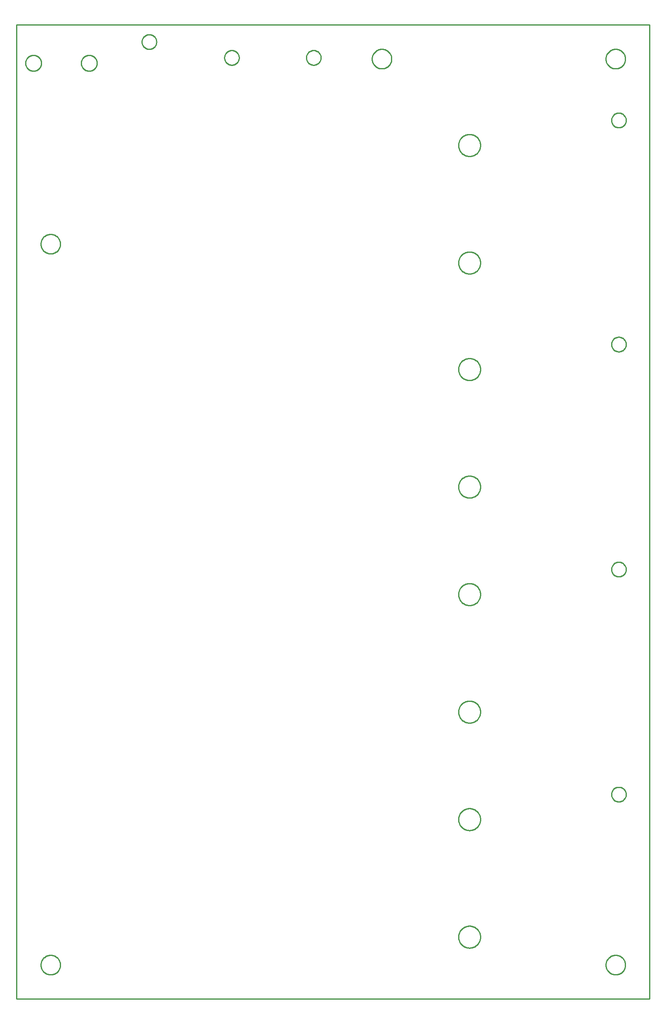
<source format=gbr>
G04 EAGLE Gerber RS-274X export*
G75*
%MOMM*%
%FSLAX34Y34*%
%LPD*%
%IN*%
%IPPOS*%
%AMOC8*
5,1,8,0,0,1.08239X$1,22.5*%
G01*
%ADD10C,0.254000*%


D10*
X0Y0D02*
X1300000Y0D01*
X1300000Y2000000D01*
X0Y2000000D01*
X0Y0D01*
X1250000Y69396D02*
X1249927Y68189D01*
X1249781Y66989D01*
X1249563Y65800D01*
X1249274Y64627D01*
X1248915Y63473D01*
X1248486Y62343D01*
X1247990Y61241D01*
X1247428Y60170D01*
X1246803Y59136D01*
X1246116Y58141D01*
X1245371Y57190D01*
X1244569Y56285D01*
X1243715Y55431D01*
X1242810Y54629D01*
X1241859Y53884D01*
X1240864Y53197D01*
X1239830Y52572D01*
X1238759Y52010D01*
X1237657Y51514D01*
X1236527Y51085D01*
X1235373Y50726D01*
X1234200Y50437D01*
X1233011Y50219D01*
X1231811Y50073D01*
X1230604Y50000D01*
X1229396Y50000D01*
X1228189Y50073D01*
X1226989Y50219D01*
X1225800Y50437D01*
X1224627Y50726D01*
X1223473Y51085D01*
X1222343Y51514D01*
X1221241Y52010D01*
X1220170Y52572D01*
X1219136Y53197D01*
X1218141Y53884D01*
X1217190Y54629D01*
X1216285Y55431D01*
X1215431Y56285D01*
X1214629Y57190D01*
X1213884Y58141D01*
X1213197Y59136D01*
X1212572Y60170D01*
X1212010Y61241D01*
X1211514Y62343D01*
X1211085Y63473D01*
X1210726Y64627D01*
X1210437Y65800D01*
X1210219Y66989D01*
X1210073Y68189D01*
X1210000Y69396D01*
X1210000Y70604D01*
X1210073Y71811D01*
X1210219Y73011D01*
X1210437Y74200D01*
X1210726Y75373D01*
X1211085Y76527D01*
X1211514Y77657D01*
X1212010Y78759D01*
X1212572Y79830D01*
X1213197Y80864D01*
X1213884Y81859D01*
X1214629Y82810D01*
X1215431Y83715D01*
X1216285Y84569D01*
X1217190Y85371D01*
X1218141Y86116D01*
X1219136Y86803D01*
X1220170Y87428D01*
X1221241Y87990D01*
X1222343Y88486D01*
X1223473Y88915D01*
X1224627Y89274D01*
X1225800Y89563D01*
X1226989Y89781D01*
X1228189Y89927D01*
X1229396Y90000D01*
X1230604Y90000D01*
X1231811Y89927D01*
X1233011Y89781D01*
X1234200Y89563D01*
X1235373Y89274D01*
X1236527Y88915D01*
X1237657Y88486D01*
X1238759Y87990D01*
X1239830Y87428D01*
X1240864Y86803D01*
X1241859Y86116D01*
X1242810Y85371D01*
X1243715Y84569D01*
X1244569Y83715D01*
X1245371Y82810D01*
X1246116Y81859D01*
X1246803Y80864D01*
X1247428Y79830D01*
X1247990Y78759D01*
X1248486Y77657D01*
X1248915Y76527D01*
X1249274Y75373D01*
X1249563Y74200D01*
X1249781Y73011D01*
X1249927Y71811D01*
X1250000Y70604D01*
X1250000Y69396D01*
X1250000Y1929396D02*
X1249927Y1928189D01*
X1249781Y1926989D01*
X1249563Y1925800D01*
X1249274Y1924627D01*
X1248915Y1923473D01*
X1248486Y1922343D01*
X1247990Y1921241D01*
X1247428Y1920170D01*
X1246803Y1919136D01*
X1246116Y1918141D01*
X1245371Y1917190D01*
X1244569Y1916285D01*
X1243715Y1915431D01*
X1242810Y1914629D01*
X1241859Y1913884D01*
X1240864Y1913197D01*
X1239830Y1912572D01*
X1238759Y1912010D01*
X1237657Y1911514D01*
X1236527Y1911085D01*
X1235373Y1910726D01*
X1234200Y1910437D01*
X1233011Y1910219D01*
X1231811Y1910073D01*
X1230604Y1910000D01*
X1229396Y1910000D01*
X1228189Y1910073D01*
X1226989Y1910219D01*
X1225800Y1910437D01*
X1224627Y1910726D01*
X1223473Y1911085D01*
X1222343Y1911514D01*
X1221241Y1912010D01*
X1220170Y1912572D01*
X1219136Y1913197D01*
X1218141Y1913884D01*
X1217190Y1914629D01*
X1216285Y1915431D01*
X1215431Y1916285D01*
X1214629Y1917190D01*
X1213884Y1918141D01*
X1213197Y1919136D01*
X1212572Y1920170D01*
X1212010Y1921241D01*
X1211514Y1922343D01*
X1211085Y1923473D01*
X1210726Y1924627D01*
X1210437Y1925800D01*
X1210219Y1926989D01*
X1210073Y1928189D01*
X1210000Y1929396D01*
X1210000Y1930604D01*
X1210073Y1931811D01*
X1210219Y1933011D01*
X1210437Y1934200D01*
X1210726Y1935373D01*
X1211085Y1936527D01*
X1211514Y1937657D01*
X1212010Y1938759D01*
X1212572Y1939830D01*
X1213197Y1940864D01*
X1213884Y1941859D01*
X1214629Y1942810D01*
X1215431Y1943715D01*
X1216285Y1944569D01*
X1217190Y1945371D01*
X1218141Y1946116D01*
X1219136Y1946803D01*
X1220170Y1947428D01*
X1221241Y1947990D01*
X1222343Y1948486D01*
X1223473Y1948915D01*
X1224627Y1949274D01*
X1225800Y1949563D01*
X1226989Y1949781D01*
X1228189Y1949927D01*
X1229396Y1950000D01*
X1230604Y1950000D01*
X1231811Y1949927D01*
X1233011Y1949781D01*
X1234200Y1949563D01*
X1235373Y1949274D01*
X1236527Y1948915D01*
X1237657Y1948486D01*
X1238759Y1947990D01*
X1239830Y1947428D01*
X1240864Y1946803D01*
X1241859Y1946116D01*
X1242810Y1945371D01*
X1243715Y1944569D01*
X1244569Y1943715D01*
X1245371Y1942810D01*
X1246116Y1941859D01*
X1246803Y1940864D01*
X1247428Y1939830D01*
X1247990Y1938759D01*
X1248486Y1937657D01*
X1248915Y1936527D01*
X1249274Y1935373D01*
X1249563Y1934200D01*
X1249781Y1933011D01*
X1249927Y1931811D01*
X1250000Y1930604D01*
X1250000Y1929396D01*
X90000Y69396D02*
X89927Y68189D01*
X89781Y66989D01*
X89563Y65800D01*
X89274Y64627D01*
X88915Y63473D01*
X88486Y62343D01*
X87990Y61241D01*
X87428Y60170D01*
X86803Y59136D01*
X86116Y58141D01*
X85371Y57190D01*
X84569Y56285D01*
X83715Y55431D01*
X82810Y54629D01*
X81859Y53884D01*
X80864Y53197D01*
X79830Y52572D01*
X78759Y52010D01*
X77657Y51514D01*
X76527Y51085D01*
X75373Y50726D01*
X74200Y50437D01*
X73011Y50219D01*
X71811Y50073D01*
X70604Y50000D01*
X69396Y50000D01*
X68189Y50073D01*
X66989Y50219D01*
X65800Y50437D01*
X64627Y50726D01*
X63473Y51085D01*
X62343Y51514D01*
X61241Y52010D01*
X60170Y52572D01*
X59136Y53197D01*
X58141Y53884D01*
X57190Y54629D01*
X56285Y55431D01*
X55431Y56285D01*
X54629Y57190D01*
X53884Y58141D01*
X53197Y59136D01*
X52572Y60170D01*
X52010Y61241D01*
X51514Y62343D01*
X51085Y63473D01*
X50726Y64627D01*
X50437Y65800D01*
X50219Y66989D01*
X50073Y68189D01*
X50000Y69396D01*
X50000Y70604D01*
X50073Y71811D01*
X50219Y73011D01*
X50437Y74200D01*
X50726Y75373D01*
X51085Y76527D01*
X51514Y77657D01*
X52010Y78759D01*
X52572Y79830D01*
X53197Y80864D01*
X53884Y81859D01*
X54629Y82810D01*
X55431Y83715D01*
X56285Y84569D01*
X57190Y85371D01*
X58141Y86116D01*
X59136Y86803D01*
X60170Y87428D01*
X61241Y87990D01*
X62343Y88486D01*
X63473Y88915D01*
X64627Y89274D01*
X65800Y89563D01*
X66989Y89781D01*
X68189Y89927D01*
X69396Y90000D01*
X70604Y90000D01*
X71811Y89927D01*
X73011Y89781D01*
X74200Y89563D01*
X75373Y89274D01*
X76527Y88915D01*
X77657Y88486D01*
X78759Y87990D01*
X79830Y87428D01*
X80864Y86803D01*
X81859Y86116D01*
X82810Y85371D01*
X83715Y84569D01*
X84569Y83715D01*
X85371Y82810D01*
X86116Y81859D01*
X86803Y80864D01*
X87428Y79830D01*
X87990Y78759D01*
X88486Y77657D01*
X88915Y76527D01*
X89274Y75373D01*
X89563Y74200D01*
X89781Y73011D01*
X89927Y71811D01*
X90000Y70604D01*
X90000Y69396D01*
X90000Y1549396D02*
X89927Y1548189D01*
X89781Y1546989D01*
X89563Y1545800D01*
X89274Y1544627D01*
X88915Y1543473D01*
X88486Y1542343D01*
X87990Y1541241D01*
X87428Y1540170D01*
X86803Y1539136D01*
X86116Y1538141D01*
X85371Y1537190D01*
X84569Y1536285D01*
X83715Y1535431D01*
X82810Y1534629D01*
X81859Y1533884D01*
X80864Y1533197D01*
X79830Y1532572D01*
X78759Y1532010D01*
X77657Y1531514D01*
X76527Y1531085D01*
X75373Y1530726D01*
X74200Y1530437D01*
X73011Y1530219D01*
X71811Y1530073D01*
X70604Y1530000D01*
X69396Y1530000D01*
X68189Y1530073D01*
X66989Y1530219D01*
X65800Y1530437D01*
X64627Y1530726D01*
X63473Y1531085D01*
X62343Y1531514D01*
X61241Y1532010D01*
X60170Y1532572D01*
X59136Y1533197D01*
X58141Y1533884D01*
X57190Y1534629D01*
X56285Y1535431D01*
X55431Y1536285D01*
X54629Y1537190D01*
X53884Y1538141D01*
X53197Y1539136D01*
X52572Y1540170D01*
X52010Y1541241D01*
X51514Y1542343D01*
X51085Y1543473D01*
X50726Y1544627D01*
X50437Y1545800D01*
X50219Y1546989D01*
X50073Y1548189D01*
X50000Y1549396D01*
X50000Y1550604D01*
X50073Y1551811D01*
X50219Y1553011D01*
X50437Y1554200D01*
X50726Y1555373D01*
X51085Y1556527D01*
X51514Y1557657D01*
X52010Y1558759D01*
X52572Y1559830D01*
X53197Y1560864D01*
X53884Y1561859D01*
X54629Y1562810D01*
X55431Y1563715D01*
X56285Y1564569D01*
X57190Y1565371D01*
X58141Y1566116D01*
X59136Y1566803D01*
X60170Y1567428D01*
X61241Y1567990D01*
X62343Y1568486D01*
X63473Y1568915D01*
X64627Y1569274D01*
X65800Y1569563D01*
X66989Y1569781D01*
X68189Y1569927D01*
X69396Y1570000D01*
X70604Y1570000D01*
X71811Y1569927D01*
X73011Y1569781D01*
X74200Y1569563D01*
X75373Y1569274D01*
X76527Y1568915D01*
X77657Y1568486D01*
X78759Y1567990D01*
X79830Y1567428D01*
X80864Y1566803D01*
X81859Y1566116D01*
X82810Y1565371D01*
X83715Y1564569D01*
X84569Y1563715D01*
X85371Y1562810D01*
X86116Y1561859D01*
X86803Y1560864D01*
X87428Y1559830D01*
X87990Y1558759D01*
X88486Y1557657D01*
X88915Y1556527D01*
X89274Y1555373D01*
X89563Y1554200D01*
X89781Y1553011D01*
X89927Y1551811D01*
X90000Y1550604D01*
X90000Y1549396D01*
X770000Y1929396D02*
X769927Y1928189D01*
X769781Y1926989D01*
X769563Y1925800D01*
X769274Y1924627D01*
X768915Y1923473D01*
X768486Y1922343D01*
X767990Y1921241D01*
X767428Y1920170D01*
X766803Y1919136D01*
X766116Y1918141D01*
X765371Y1917190D01*
X764569Y1916285D01*
X763715Y1915431D01*
X762810Y1914629D01*
X761859Y1913884D01*
X760864Y1913197D01*
X759830Y1912572D01*
X758759Y1912010D01*
X757657Y1911514D01*
X756527Y1911085D01*
X755373Y1910726D01*
X754200Y1910437D01*
X753011Y1910219D01*
X751811Y1910073D01*
X750604Y1910000D01*
X749396Y1910000D01*
X748189Y1910073D01*
X746989Y1910219D01*
X745800Y1910437D01*
X744627Y1910726D01*
X743473Y1911085D01*
X742343Y1911514D01*
X741241Y1912010D01*
X740170Y1912572D01*
X739136Y1913197D01*
X738141Y1913884D01*
X737190Y1914629D01*
X736285Y1915431D01*
X735431Y1916285D01*
X734629Y1917190D01*
X733884Y1918141D01*
X733197Y1919136D01*
X732572Y1920170D01*
X732010Y1921241D01*
X731514Y1922343D01*
X731085Y1923473D01*
X730726Y1924627D01*
X730437Y1925800D01*
X730219Y1926989D01*
X730073Y1928189D01*
X730000Y1929396D01*
X730000Y1930604D01*
X730073Y1931811D01*
X730219Y1933011D01*
X730437Y1934200D01*
X730726Y1935373D01*
X731085Y1936527D01*
X731514Y1937657D01*
X732010Y1938759D01*
X732572Y1939830D01*
X733197Y1940864D01*
X733884Y1941859D01*
X734629Y1942810D01*
X735431Y1943715D01*
X736285Y1944569D01*
X737190Y1945371D01*
X738141Y1946116D01*
X739136Y1946803D01*
X740170Y1947428D01*
X741241Y1947990D01*
X742343Y1948486D01*
X743473Y1948915D01*
X744627Y1949274D01*
X745800Y1949563D01*
X746989Y1949781D01*
X748189Y1949927D01*
X749396Y1950000D01*
X750604Y1950000D01*
X751811Y1949927D01*
X753011Y1949781D01*
X754200Y1949563D01*
X755373Y1949274D01*
X756527Y1948915D01*
X757657Y1948486D01*
X758759Y1947990D01*
X759830Y1947428D01*
X760864Y1946803D01*
X761859Y1946116D01*
X762810Y1945371D01*
X763715Y1944569D01*
X764569Y1943715D01*
X765371Y1942810D01*
X766116Y1941859D01*
X766803Y1940864D01*
X767428Y1939830D01*
X767990Y1938759D01*
X768486Y1937657D01*
X768915Y1936527D01*
X769274Y1935373D01*
X769563Y1934200D01*
X769781Y1933011D01*
X769927Y1931811D01*
X770000Y1930604D01*
X770000Y1929396D01*
X287500Y1964464D02*
X287424Y1963396D01*
X287271Y1962335D01*
X287043Y1961288D01*
X286741Y1960260D01*
X286367Y1959256D01*
X285922Y1958281D01*
X285408Y1957341D01*
X284829Y1956440D01*
X284187Y1955582D01*
X283485Y1954772D01*
X282728Y1954015D01*
X281918Y1953313D01*
X281060Y1952671D01*
X280159Y1952092D01*
X279219Y1951578D01*
X278244Y1951133D01*
X277240Y1950759D01*
X276212Y1950457D01*
X275165Y1950229D01*
X274104Y1950076D01*
X273036Y1950000D01*
X271964Y1950000D01*
X270896Y1950076D01*
X269835Y1950229D01*
X268788Y1950457D01*
X267760Y1950759D01*
X266756Y1951133D01*
X265781Y1951578D01*
X264841Y1952092D01*
X263940Y1952671D01*
X263082Y1953313D01*
X262272Y1954015D01*
X261515Y1954772D01*
X260813Y1955582D01*
X260171Y1956440D01*
X259592Y1957341D01*
X259078Y1958281D01*
X258633Y1959256D01*
X258259Y1960260D01*
X257957Y1961288D01*
X257729Y1962335D01*
X257576Y1963396D01*
X257500Y1964464D01*
X257500Y1965536D01*
X257576Y1966604D01*
X257729Y1967665D01*
X257957Y1968712D01*
X258259Y1969740D01*
X258633Y1970744D01*
X259078Y1971719D01*
X259592Y1972659D01*
X260171Y1973560D01*
X260813Y1974418D01*
X261515Y1975228D01*
X262272Y1975985D01*
X263082Y1976687D01*
X263940Y1977329D01*
X264841Y1977908D01*
X265781Y1978422D01*
X266756Y1978867D01*
X267760Y1979241D01*
X268788Y1979543D01*
X269835Y1979771D01*
X270896Y1979924D01*
X271964Y1980000D01*
X273036Y1980000D01*
X274104Y1979924D01*
X275165Y1979771D01*
X276212Y1979543D01*
X277240Y1979241D01*
X278244Y1978867D01*
X279219Y1978422D01*
X280159Y1977908D01*
X281060Y1977329D01*
X281918Y1976687D01*
X282728Y1975985D01*
X283485Y1975228D01*
X284187Y1974418D01*
X284829Y1973560D01*
X285408Y1972659D01*
X285922Y1971719D01*
X286367Y1970744D01*
X286741Y1969740D01*
X287043Y1968712D01*
X287271Y1967665D01*
X287424Y1966604D01*
X287500Y1965536D01*
X287500Y1964464D01*
X132865Y1921891D02*
X132935Y1922953D01*
X133074Y1924008D01*
X133281Y1925052D01*
X133557Y1926080D01*
X133899Y1927088D01*
X134306Y1928072D01*
X134777Y1929026D01*
X135309Y1929948D01*
X135900Y1930833D01*
X136548Y1931677D01*
X137250Y1932477D01*
X138003Y1933230D01*
X138803Y1933932D01*
X139647Y1934580D01*
X140532Y1935171D01*
X141454Y1935703D01*
X142409Y1936174D01*
X143392Y1936581D01*
X144400Y1936923D01*
X145428Y1937199D01*
X146472Y1937406D01*
X147527Y1937545D01*
X148589Y1937615D01*
X149653Y1937615D01*
X150715Y1937545D01*
X151771Y1937406D01*
X152815Y1937199D01*
X153843Y1936923D01*
X154850Y1936581D01*
X155834Y1936174D01*
X156788Y1935703D01*
X157710Y1935171D01*
X158595Y1934580D01*
X159439Y1933932D01*
X160240Y1933230D01*
X160992Y1932477D01*
X161694Y1931677D01*
X162342Y1930833D01*
X162933Y1929948D01*
X163465Y1929026D01*
X163936Y1928072D01*
X164343Y1927088D01*
X164686Y1926080D01*
X164961Y1925052D01*
X165169Y1924008D01*
X165308Y1922953D01*
X165377Y1921891D01*
X165377Y1920827D01*
X165308Y1919765D01*
X165169Y1918710D01*
X164961Y1917666D01*
X164686Y1916638D01*
X164343Y1915630D01*
X163936Y1914646D01*
X163465Y1913692D01*
X162933Y1912770D01*
X162342Y1911885D01*
X161694Y1911041D01*
X160992Y1910241D01*
X160240Y1909488D01*
X159439Y1908786D01*
X158595Y1908138D01*
X157710Y1907547D01*
X156788Y1907015D01*
X155834Y1906544D01*
X154850Y1906137D01*
X153843Y1905795D01*
X152815Y1905519D01*
X151771Y1905312D01*
X150715Y1905173D01*
X149653Y1905103D01*
X148589Y1905103D01*
X147527Y1905173D01*
X146472Y1905312D01*
X145428Y1905519D01*
X144400Y1905795D01*
X143392Y1906137D01*
X142409Y1906544D01*
X141454Y1907015D01*
X140532Y1907547D01*
X139647Y1908138D01*
X138803Y1908786D01*
X138003Y1909488D01*
X137250Y1910241D01*
X136548Y1911041D01*
X135900Y1911885D01*
X135309Y1912770D01*
X134777Y1913692D01*
X134306Y1914646D01*
X133899Y1915630D01*
X133557Y1916638D01*
X133281Y1917666D01*
X133074Y1918710D01*
X132935Y1919765D01*
X132865Y1920827D01*
X132865Y1921891D01*
X18565Y1921891D02*
X18635Y1922953D01*
X18774Y1924008D01*
X18981Y1925052D01*
X19257Y1926080D01*
X19599Y1927088D01*
X20006Y1928072D01*
X20477Y1929026D01*
X21009Y1929948D01*
X21600Y1930833D01*
X22248Y1931677D01*
X22950Y1932477D01*
X23703Y1933230D01*
X24503Y1933932D01*
X25347Y1934580D01*
X26232Y1935171D01*
X27154Y1935703D01*
X28109Y1936174D01*
X29092Y1936581D01*
X30100Y1936923D01*
X31128Y1937199D01*
X32172Y1937406D01*
X33227Y1937545D01*
X34289Y1937615D01*
X35353Y1937615D01*
X36415Y1937545D01*
X37471Y1937406D01*
X38515Y1937199D01*
X39543Y1936923D01*
X40550Y1936581D01*
X41534Y1936174D01*
X42488Y1935703D01*
X43410Y1935171D01*
X44295Y1934580D01*
X45139Y1933932D01*
X45940Y1933230D01*
X46692Y1932477D01*
X47394Y1931677D01*
X48042Y1930833D01*
X48633Y1929948D01*
X49165Y1929026D01*
X49636Y1928072D01*
X50043Y1927088D01*
X50386Y1926080D01*
X50661Y1925052D01*
X50869Y1924008D01*
X51008Y1922953D01*
X51077Y1921891D01*
X51077Y1920827D01*
X51008Y1919765D01*
X50869Y1918710D01*
X50661Y1917666D01*
X50386Y1916638D01*
X50043Y1915630D01*
X49636Y1914646D01*
X49165Y1913692D01*
X48633Y1912770D01*
X48042Y1911885D01*
X47394Y1911041D01*
X46692Y1910241D01*
X45940Y1909488D01*
X45139Y1908786D01*
X44295Y1908138D01*
X43410Y1907547D01*
X42488Y1907015D01*
X41534Y1906544D01*
X40550Y1906137D01*
X39543Y1905795D01*
X38515Y1905519D01*
X37471Y1905312D01*
X36415Y1905173D01*
X35353Y1905103D01*
X34289Y1905103D01*
X33227Y1905173D01*
X32172Y1905312D01*
X31128Y1905519D01*
X30100Y1905795D01*
X29092Y1906137D01*
X28109Y1906544D01*
X27154Y1907015D01*
X26232Y1907547D01*
X25347Y1908138D01*
X24503Y1908786D01*
X23703Y1909488D01*
X22950Y1910241D01*
X22248Y1911041D01*
X21600Y1911885D01*
X21009Y1912770D01*
X20477Y1913692D01*
X20006Y1914646D01*
X19599Y1915630D01*
X19257Y1916638D01*
X18981Y1917666D01*
X18774Y1918710D01*
X18635Y1919765D01*
X18565Y1920827D01*
X18565Y1921891D01*
X595000Y1933036D02*
X595076Y1934104D01*
X595229Y1935165D01*
X595457Y1936212D01*
X595759Y1937240D01*
X596133Y1938244D01*
X596578Y1939219D01*
X597092Y1940159D01*
X597671Y1941060D01*
X598313Y1941918D01*
X599015Y1942728D01*
X599772Y1943485D01*
X600582Y1944187D01*
X601440Y1944829D01*
X602341Y1945408D01*
X603281Y1945922D01*
X604256Y1946367D01*
X605260Y1946741D01*
X606288Y1947043D01*
X607335Y1947271D01*
X608396Y1947424D01*
X609464Y1947500D01*
X610536Y1947500D01*
X611604Y1947424D01*
X612665Y1947271D01*
X613712Y1947043D01*
X614740Y1946741D01*
X615744Y1946367D01*
X616719Y1945922D01*
X617659Y1945408D01*
X618560Y1944829D01*
X619418Y1944187D01*
X620228Y1943485D01*
X620985Y1942728D01*
X621687Y1941918D01*
X622329Y1941060D01*
X622908Y1940159D01*
X623422Y1939219D01*
X623867Y1938244D01*
X624241Y1937240D01*
X624543Y1936212D01*
X624771Y1935165D01*
X624924Y1934104D01*
X625000Y1933036D01*
X625000Y1931964D01*
X624924Y1930896D01*
X624771Y1929835D01*
X624543Y1928788D01*
X624241Y1927760D01*
X623867Y1926756D01*
X623422Y1925781D01*
X622908Y1924841D01*
X622329Y1923940D01*
X621687Y1923082D01*
X620985Y1922272D01*
X620228Y1921515D01*
X619418Y1920813D01*
X618560Y1920171D01*
X617659Y1919592D01*
X616719Y1919078D01*
X615744Y1918633D01*
X614740Y1918259D01*
X613712Y1917957D01*
X612665Y1917729D01*
X611604Y1917576D01*
X610536Y1917500D01*
X609464Y1917500D01*
X608396Y1917576D01*
X607335Y1917729D01*
X606288Y1917957D01*
X605260Y1918259D01*
X604256Y1918633D01*
X603281Y1919078D01*
X602341Y1919592D01*
X601440Y1920171D01*
X600582Y1920813D01*
X599772Y1921515D01*
X599015Y1922272D01*
X598313Y1923082D01*
X597671Y1923940D01*
X597092Y1924841D01*
X596578Y1925781D01*
X596133Y1926756D01*
X595759Y1927760D01*
X595457Y1928788D01*
X595229Y1929835D01*
X595076Y1930896D01*
X595000Y1931964D01*
X595000Y1933036D01*
X427000Y1933036D02*
X427076Y1934104D01*
X427229Y1935165D01*
X427457Y1936212D01*
X427759Y1937240D01*
X428133Y1938244D01*
X428578Y1939219D01*
X429092Y1940159D01*
X429671Y1941060D01*
X430313Y1941918D01*
X431015Y1942728D01*
X431772Y1943485D01*
X432582Y1944187D01*
X433440Y1944829D01*
X434341Y1945408D01*
X435281Y1945922D01*
X436256Y1946367D01*
X437260Y1946741D01*
X438288Y1947043D01*
X439335Y1947271D01*
X440396Y1947424D01*
X441464Y1947500D01*
X442536Y1947500D01*
X443604Y1947424D01*
X444665Y1947271D01*
X445712Y1947043D01*
X446740Y1946741D01*
X447744Y1946367D01*
X448719Y1945922D01*
X449659Y1945408D01*
X450560Y1944829D01*
X451418Y1944187D01*
X452228Y1943485D01*
X452985Y1942728D01*
X453687Y1941918D01*
X454329Y1941060D01*
X454908Y1940159D01*
X455422Y1939219D01*
X455867Y1938244D01*
X456241Y1937240D01*
X456543Y1936212D01*
X456771Y1935165D01*
X456924Y1934104D01*
X457000Y1933036D01*
X457000Y1931964D01*
X456924Y1930896D01*
X456771Y1929835D01*
X456543Y1928788D01*
X456241Y1927760D01*
X455867Y1926756D01*
X455422Y1925781D01*
X454908Y1924841D01*
X454329Y1923940D01*
X453687Y1923082D01*
X452985Y1922272D01*
X452228Y1921515D01*
X451418Y1920813D01*
X450560Y1920171D01*
X449659Y1919592D01*
X448719Y1919078D01*
X447744Y1918633D01*
X446740Y1918259D01*
X445712Y1917957D01*
X444665Y1917729D01*
X443604Y1917576D01*
X442536Y1917500D01*
X441464Y1917500D01*
X440396Y1917576D01*
X439335Y1917729D01*
X438288Y1917957D01*
X437260Y1918259D01*
X436256Y1918633D01*
X435281Y1919078D01*
X434341Y1919592D01*
X433440Y1920171D01*
X432582Y1920813D01*
X431772Y1921515D01*
X431015Y1922272D01*
X430313Y1923082D01*
X429671Y1923940D01*
X429092Y1924841D01*
X428578Y1925781D01*
X428133Y1926756D01*
X427759Y1927760D01*
X427457Y1928788D01*
X427229Y1929835D01*
X427076Y1930896D01*
X427000Y1931964D01*
X427000Y1933036D01*
X1237036Y1819000D02*
X1238104Y1818924D01*
X1239165Y1818771D01*
X1240212Y1818543D01*
X1241240Y1818241D01*
X1242244Y1817867D01*
X1243219Y1817422D01*
X1244159Y1816908D01*
X1245060Y1816329D01*
X1245918Y1815687D01*
X1246728Y1814985D01*
X1247485Y1814228D01*
X1248187Y1813418D01*
X1248829Y1812560D01*
X1249408Y1811659D01*
X1249922Y1810719D01*
X1250367Y1809744D01*
X1250741Y1808740D01*
X1251043Y1807712D01*
X1251271Y1806665D01*
X1251424Y1805604D01*
X1251500Y1804536D01*
X1251500Y1803464D01*
X1251424Y1802396D01*
X1251271Y1801335D01*
X1251043Y1800288D01*
X1250741Y1799260D01*
X1250367Y1798256D01*
X1249922Y1797281D01*
X1249408Y1796341D01*
X1248829Y1795440D01*
X1248187Y1794582D01*
X1247485Y1793772D01*
X1246728Y1793015D01*
X1245918Y1792313D01*
X1245060Y1791671D01*
X1244159Y1791092D01*
X1243219Y1790578D01*
X1242244Y1790133D01*
X1241240Y1789759D01*
X1240212Y1789457D01*
X1239165Y1789229D01*
X1238104Y1789076D01*
X1237036Y1789000D01*
X1235964Y1789000D01*
X1234896Y1789076D01*
X1233835Y1789229D01*
X1232788Y1789457D01*
X1231760Y1789759D01*
X1230756Y1790133D01*
X1229781Y1790578D01*
X1228841Y1791092D01*
X1227940Y1791671D01*
X1227082Y1792313D01*
X1226272Y1793015D01*
X1225515Y1793772D01*
X1224813Y1794582D01*
X1224171Y1795440D01*
X1223592Y1796341D01*
X1223078Y1797281D01*
X1222633Y1798256D01*
X1222259Y1799260D01*
X1221957Y1800288D01*
X1221729Y1801335D01*
X1221576Y1802396D01*
X1221500Y1803464D01*
X1221500Y1804536D01*
X1221576Y1805604D01*
X1221729Y1806665D01*
X1221957Y1807712D01*
X1222259Y1808740D01*
X1222633Y1809744D01*
X1223078Y1810719D01*
X1223592Y1811659D01*
X1224171Y1812560D01*
X1224813Y1813418D01*
X1225515Y1814228D01*
X1226272Y1814985D01*
X1227082Y1815687D01*
X1227940Y1816329D01*
X1228841Y1816908D01*
X1229781Y1817422D01*
X1230756Y1817867D01*
X1231760Y1818241D01*
X1232788Y1818543D01*
X1233835Y1818771D01*
X1234896Y1818924D01*
X1235964Y1819000D01*
X1237036Y1819000D01*
X952500Y1752019D02*
X952429Y1750758D01*
X952288Y1749503D01*
X952076Y1748259D01*
X951795Y1747028D01*
X951446Y1745815D01*
X951029Y1744623D01*
X950546Y1743456D01*
X949998Y1742319D01*
X949387Y1741214D01*
X948715Y1740145D01*
X947985Y1739115D01*
X947198Y1738128D01*
X946356Y1737187D01*
X945464Y1736294D01*
X944522Y1735452D01*
X943535Y1734665D01*
X942505Y1733935D01*
X941436Y1733263D01*
X940331Y1732652D01*
X939194Y1732104D01*
X938027Y1731621D01*
X936835Y1731204D01*
X935622Y1730855D01*
X934391Y1730574D01*
X933147Y1730362D01*
X931892Y1730221D01*
X930631Y1730150D01*
X929369Y1730150D01*
X928108Y1730221D01*
X926853Y1730362D01*
X925609Y1730574D01*
X924378Y1730855D01*
X923165Y1731204D01*
X921973Y1731621D01*
X920806Y1732104D01*
X919669Y1732652D01*
X918564Y1733263D01*
X917495Y1733935D01*
X916465Y1734665D01*
X915478Y1735452D01*
X914537Y1736294D01*
X913644Y1737187D01*
X912802Y1738128D01*
X912015Y1739115D01*
X911285Y1740145D01*
X910613Y1741214D01*
X910002Y1742319D01*
X909454Y1743456D01*
X908971Y1744623D01*
X908554Y1745815D01*
X908205Y1747028D01*
X907924Y1748259D01*
X907712Y1749503D01*
X907571Y1750758D01*
X907500Y1752019D01*
X907500Y1753281D01*
X907571Y1754542D01*
X907712Y1755797D01*
X907924Y1757041D01*
X908205Y1758272D01*
X908554Y1759485D01*
X908971Y1760677D01*
X909454Y1761844D01*
X910002Y1762981D01*
X910613Y1764086D01*
X911285Y1765155D01*
X912015Y1766185D01*
X912802Y1767172D01*
X913644Y1768114D01*
X914537Y1769006D01*
X915478Y1769848D01*
X916465Y1770635D01*
X917495Y1771365D01*
X918564Y1772037D01*
X919669Y1772648D01*
X920806Y1773196D01*
X921973Y1773679D01*
X923165Y1774096D01*
X924378Y1774445D01*
X925609Y1774726D01*
X926853Y1774938D01*
X928108Y1775079D01*
X929369Y1775150D01*
X930631Y1775150D01*
X931892Y1775079D01*
X933147Y1774938D01*
X934391Y1774726D01*
X935622Y1774445D01*
X936835Y1774096D01*
X938027Y1773679D01*
X939194Y1773196D01*
X940331Y1772648D01*
X941436Y1772037D01*
X942505Y1771365D01*
X943535Y1770635D01*
X944522Y1769848D01*
X945464Y1769006D01*
X946356Y1768114D01*
X947198Y1767172D01*
X947985Y1766185D01*
X948715Y1765155D01*
X949387Y1764086D01*
X949998Y1762981D01*
X950546Y1761844D01*
X951029Y1760677D01*
X951446Y1759485D01*
X951795Y1758272D01*
X952076Y1757041D01*
X952288Y1755797D01*
X952429Y1754542D01*
X952500Y1753281D01*
X952500Y1752019D01*
X952500Y1510719D02*
X952429Y1509458D01*
X952288Y1508203D01*
X952076Y1506959D01*
X951795Y1505728D01*
X951446Y1504515D01*
X951029Y1503323D01*
X950546Y1502156D01*
X949998Y1501019D01*
X949387Y1499914D01*
X948715Y1498845D01*
X947985Y1497815D01*
X947198Y1496828D01*
X946356Y1495887D01*
X945464Y1494994D01*
X944522Y1494152D01*
X943535Y1493365D01*
X942505Y1492635D01*
X941436Y1491963D01*
X940331Y1491352D01*
X939194Y1490804D01*
X938027Y1490321D01*
X936835Y1489904D01*
X935622Y1489555D01*
X934391Y1489274D01*
X933147Y1489062D01*
X931892Y1488921D01*
X930631Y1488850D01*
X929369Y1488850D01*
X928108Y1488921D01*
X926853Y1489062D01*
X925609Y1489274D01*
X924378Y1489555D01*
X923165Y1489904D01*
X921973Y1490321D01*
X920806Y1490804D01*
X919669Y1491352D01*
X918564Y1491963D01*
X917495Y1492635D01*
X916465Y1493365D01*
X915478Y1494152D01*
X914537Y1494994D01*
X913644Y1495887D01*
X912802Y1496828D01*
X912015Y1497815D01*
X911285Y1498845D01*
X910613Y1499914D01*
X910002Y1501019D01*
X909454Y1502156D01*
X908971Y1503323D01*
X908554Y1504515D01*
X908205Y1505728D01*
X907924Y1506959D01*
X907712Y1508203D01*
X907571Y1509458D01*
X907500Y1510719D01*
X907500Y1511981D01*
X907571Y1513242D01*
X907712Y1514497D01*
X907924Y1515741D01*
X908205Y1516972D01*
X908554Y1518185D01*
X908971Y1519377D01*
X909454Y1520544D01*
X910002Y1521681D01*
X910613Y1522786D01*
X911285Y1523855D01*
X912015Y1524885D01*
X912802Y1525872D01*
X913644Y1526814D01*
X914537Y1527706D01*
X915478Y1528548D01*
X916465Y1529335D01*
X917495Y1530065D01*
X918564Y1530737D01*
X919669Y1531348D01*
X920806Y1531896D01*
X921973Y1532379D01*
X923165Y1532796D01*
X924378Y1533145D01*
X925609Y1533426D01*
X926853Y1533638D01*
X928108Y1533779D01*
X929369Y1533850D01*
X930631Y1533850D01*
X931892Y1533779D01*
X933147Y1533638D01*
X934391Y1533426D01*
X935622Y1533145D01*
X936835Y1532796D01*
X938027Y1532379D01*
X939194Y1531896D01*
X940331Y1531348D01*
X941436Y1530737D01*
X942505Y1530065D01*
X943535Y1529335D01*
X944522Y1528548D01*
X945464Y1527706D01*
X946356Y1526814D01*
X947198Y1525872D01*
X947985Y1524885D01*
X948715Y1523855D01*
X949387Y1522786D01*
X949998Y1521681D01*
X950546Y1520544D01*
X951029Y1519377D01*
X951446Y1518185D01*
X951795Y1516972D01*
X952076Y1515741D01*
X952288Y1514497D01*
X952429Y1513242D01*
X952500Y1511981D01*
X952500Y1510719D01*
X1237036Y1359000D02*
X1238104Y1358924D01*
X1239165Y1358771D01*
X1240212Y1358543D01*
X1241240Y1358241D01*
X1242244Y1357867D01*
X1243219Y1357422D01*
X1244159Y1356908D01*
X1245060Y1356329D01*
X1245918Y1355687D01*
X1246728Y1354985D01*
X1247485Y1354228D01*
X1248187Y1353418D01*
X1248829Y1352560D01*
X1249408Y1351659D01*
X1249922Y1350719D01*
X1250367Y1349744D01*
X1250741Y1348740D01*
X1251043Y1347712D01*
X1251271Y1346665D01*
X1251424Y1345604D01*
X1251500Y1344536D01*
X1251500Y1343464D01*
X1251424Y1342396D01*
X1251271Y1341335D01*
X1251043Y1340288D01*
X1250741Y1339260D01*
X1250367Y1338256D01*
X1249922Y1337281D01*
X1249408Y1336341D01*
X1248829Y1335440D01*
X1248187Y1334582D01*
X1247485Y1333772D01*
X1246728Y1333015D01*
X1245918Y1332313D01*
X1245060Y1331671D01*
X1244159Y1331092D01*
X1243219Y1330578D01*
X1242244Y1330133D01*
X1241240Y1329759D01*
X1240212Y1329457D01*
X1239165Y1329229D01*
X1238104Y1329076D01*
X1237036Y1329000D01*
X1235964Y1329000D01*
X1234896Y1329076D01*
X1233835Y1329229D01*
X1232788Y1329457D01*
X1231760Y1329759D01*
X1230756Y1330133D01*
X1229781Y1330578D01*
X1228841Y1331092D01*
X1227940Y1331671D01*
X1227082Y1332313D01*
X1226272Y1333015D01*
X1225515Y1333772D01*
X1224813Y1334582D01*
X1224171Y1335440D01*
X1223592Y1336341D01*
X1223078Y1337281D01*
X1222633Y1338256D01*
X1222259Y1339260D01*
X1221957Y1340288D01*
X1221729Y1341335D01*
X1221576Y1342396D01*
X1221500Y1343464D01*
X1221500Y1344536D01*
X1221576Y1345604D01*
X1221729Y1346665D01*
X1221957Y1347712D01*
X1222259Y1348740D01*
X1222633Y1349744D01*
X1223078Y1350719D01*
X1223592Y1351659D01*
X1224171Y1352560D01*
X1224813Y1353418D01*
X1225515Y1354228D01*
X1226272Y1354985D01*
X1227082Y1355687D01*
X1227940Y1356329D01*
X1228841Y1356908D01*
X1229781Y1357422D01*
X1230756Y1357867D01*
X1231760Y1358241D01*
X1232788Y1358543D01*
X1233835Y1358771D01*
X1234896Y1358924D01*
X1235964Y1359000D01*
X1237036Y1359000D01*
X952500Y1292019D02*
X952429Y1290758D01*
X952288Y1289503D01*
X952076Y1288259D01*
X951795Y1287028D01*
X951446Y1285815D01*
X951029Y1284623D01*
X950546Y1283456D01*
X949998Y1282319D01*
X949387Y1281214D01*
X948715Y1280145D01*
X947985Y1279115D01*
X947198Y1278128D01*
X946356Y1277187D01*
X945464Y1276294D01*
X944522Y1275452D01*
X943535Y1274665D01*
X942505Y1273935D01*
X941436Y1273263D01*
X940331Y1272652D01*
X939194Y1272104D01*
X938027Y1271621D01*
X936835Y1271204D01*
X935622Y1270855D01*
X934391Y1270574D01*
X933147Y1270362D01*
X931892Y1270221D01*
X930631Y1270150D01*
X929369Y1270150D01*
X928108Y1270221D01*
X926853Y1270362D01*
X925609Y1270574D01*
X924378Y1270855D01*
X923165Y1271204D01*
X921973Y1271621D01*
X920806Y1272104D01*
X919669Y1272652D01*
X918564Y1273263D01*
X917495Y1273935D01*
X916465Y1274665D01*
X915478Y1275452D01*
X914537Y1276294D01*
X913644Y1277187D01*
X912802Y1278128D01*
X912015Y1279115D01*
X911285Y1280145D01*
X910613Y1281214D01*
X910002Y1282319D01*
X909454Y1283456D01*
X908971Y1284623D01*
X908554Y1285815D01*
X908205Y1287028D01*
X907924Y1288259D01*
X907712Y1289503D01*
X907571Y1290758D01*
X907500Y1292019D01*
X907500Y1293281D01*
X907571Y1294542D01*
X907712Y1295797D01*
X907924Y1297041D01*
X908205Y1298272D01*
X908554Y1299485D01*
X908971Y1300677D01*
X909454Y1301844D01*
X910002Y1302981D01*
X910613Y1304086D01*
X911285Y1305155D01*
X912015Y1306185D01*
X912802Y1307172D01*
X913644Y1308114D01*
X914537Y1309006D01*
X915478Y1309848D01*
X916465Y1310635D01*
X917495Y1311365D01*
X918564Y1312037D01*
X919669Y1312648D01*
X920806Y1313196D01*
X921973Y1313679D01*
X923165Y1314096D01*
X924378Y1314445D01*
X925609Y1314726D01*
X926853Y1314938D01*
X928108Y1315079D01*
X929369Y1315150D01*
X930631Y1315150D01*
X931892Y1315079D01*
X933147Y1314938D01*
X934391Y1314726D01*
X935622Y1314445D01*
X936835Y1314096D01*
X938027Y1313679D01*
X939194Y1313196D01*
X940331Y1312648D01*
X941436Y1312037D01*
X942505Y1311365D01*
X943535Y1310635D01*
X944522Y1309848D01*
X945464Y1309006D01*
X946356Y1308114D01*
X947198Y1307172D01*
X947985Y1306185D01*
X948715Y1305155D01*
X949387Y1304086D01*
X949998Y1302981D01*
X950546Y1301844D01*
X951029Y1300677D01*
X951446Y1299485D01*
X951795Y1298272D01*
X952076Y1297041D01*
X952288Y1295797D01*
X952429Y1294542D01*
X952500Y1293281D01*
X952500Y1292019D01*
X952500Y1050719D02*
X952429Y1049458D01*
X952288Y1048203D01*
X952076Y1046959D01*
X951795Y1045728D01*
X951446Y1044515D01*
X951029Y1043323D01*
X950546Y1042156D01*
X949998Y1041019D01*
X949387Y1039914D01*
X948715Y1038845D01*
X947985Y1037815D01*
X947198Y1036828D01*
X946356Y1035887D01*
X945464Y1034994D01*
X944522Y1034152D01*
X943535Y1033365D01*
X942505Y1032635D01*
X941436Y1031963D01*
X940331Y1031352D01*
X939194Y1030804D01*
X938027Y1030321D01*
X936835Y1029904D01*
X935622Y1029555D01*
X934391Y1029274D01*
X933147Y1029062D01*
X931892Y1028921D01*
X930631Y1028850D01*
X929369Y1028850D01*
X928108Y1028921D01*
X926853Y1029062D01*
X925609Y1029274D01*
X924378Y1029555D01*
X923165Y1029904D01*
X921973Y1030321D01*
X920806Y1030804D01*
X919669Y1031352D01*
X918564Y1031963D01*
X917495Y1032635D01*
X916465Y1033365D01*
X915478Y1034152D01*
X914537Y1034994D01*
X913644Y1035887D01*
X912802Y1036828D01*
X912015Y1037815D01*
X911285Y1038845D01*
X910613Y1039914D01*
X910002Y1041019D01*
X909454Y1042156D01*
X908971Y1043323D01*
X908554Y1044515D01*
X908205Y1045728D01*
X907924Y1046959D01*
X907712Y1048203D01*
X907571Y1049458D01*
X907500Y1050719D01*
X907500Y1051981D01*
X907571Y1053242D01*
X907712Y1054497D01*
X907924Y1055741D01*
X908205Y1056972D01*
X908554Y1058185D01*
X908971Y1059377D01*
X909454Y1060544D01*
X910002Y1061681D01*
X910613Y1062786D01*
X911285Y1063855D01*
X912015Y1064885D01*
X912802Y1065872D01*
X913644Y1066814D01*
X914537Y1067706D01*
X915478Y1068548D01*
X916465Y1069335D01*
X917495Y1070065D01*
X918564Y1070737D01*
X919669Y1071348D01*
X920806Y1071896D01*
X921973Y1072379D01*
X923165Y1072796D01*
X924378Y1073145D01*
X925609Y1073426D01*
X926853Y1073638D01*
X928108Y1073779D01*
X929369Y1073850D01*
X930631Y1073850D01*
X931892Y1073779D01*
X933147Y1073638D01*
X934391Y1073426D01*
X935622Y1073145D01*
X936835Y1072796D01*
X938027Y1072379D01*
X939194Y1071896D01*
X940331Y1071348D01*
X941436Y1070737D01*
X942505Y1070065D01*
X943535Y1069335D01*
X944522Y1068548D01*
X945464Y1067706D01*
X946356Y1066814D01*
X947198Y1065872D01*
X947985Y1064885D01*
X948715Y1063855D01*
X949387Y1062786D01*
X949998Y1061681D01*
X950546Y1060544D01*
X951029Y1059377D01*
X951446Y1058185D01*
X951795Y1056972D01*
X952076Y1055741D01*
X952288Y1054497D01*
X952429Y1053242D01*
X952500Y1051981D01*
X952500Y1050719D01*
X1237036Y897000D02*
X1238104Y896924D01*
X1239165Y896771D01*
X1240212Y896543D01*
X1241240Y896241D01*
X1242244Y895867D01*
X1243219Y895422D01*
X1244159Y894908D01*
X1245060Y894329D01*
X1245918Y893687D01*
X1246728Y892985D01*
X1247485Y892228D01*
X1248187Y891418D01*
X1248829Y890560D01*
X1249408Y889659D01*
X1249922Y888719D01*
X1250367Y887744D01*
X1250741Y886740D01*
X1251043Y885712D01*
X1251271Y884665D01*
X1251424Y883604D01*
X1251500Y882536D01*
X1251500Y881464D01*
X1251424Y880396D01*
X1251271Y879335D01*
X1251043Y878288D01*
X1250741Y877260D01*
X1250367Y876256D01*
X1249922Y875281D01*
X1249408Y874341D01*
X1248829Y873440D01*
X1248187Y872582D01*
X1247485Y871772D01*
X1246728Y871015D01*
X1245918Y870313D01*
X1245060Y869671D01*
X1244159Y869092D01*
X1243219Y868578D01*
X1242244Y868133D01*
X1241240Y867759D01*
X1240212Y867457D01*
X1239165Y867229D01*
X1238104Y867076D01*
X1237036Y867000D01*
X1235964Y867000D01*
X1234896Y867076D01*
X1233835Y867229D01*
X1232788Y867457D01*
X1231760Y867759D01*
X1230756Y868133D01*
X1229781Y868578D01*
X1228841Y869092D01*
X1227940Y869671D01*
X1227082Y870313D01*
X1226272Y871015D01*
X1225515Y871772D01*
X1224813Y872582D01*
X1224171Y873440D01*
X1223592Y874341D01*
X1223078Y875281D01*
X1222633Y876256D01*
X1222259Y877260D01*
X1221957Y878288D01*
X1221729Y879335D01*
X1221576Y880396D01*
X1221500Y881464D01*
X1221500Y882536D01*
X1221576Y883604D01*
X1221729Y884665D01*
X1221957Y885712D01*
X1222259Y886740D01*
X1222633Y887744D01*
X1223078Y888719D01*
X1223592Y889659D01*
X1224171Y890560D01*
X1224813Y891418D01*
X1225515Y892228D01*
X1226272Y892985D01*
X1227082Y893687D01*
X1227940Y894329D01*
X1228841Y894908D01*
X1229781Y895422D01*
X1230756Y895867D01*
X1231760Y896241D01*
X1232788Y896543D01*
X1233835Y896771D01*
X1234896Y896924D01*
X1235964Y897000D01*
X1237036Y897000D01*
X952500Y830019D02*
X952429Y828758D01*
X952288Y827503D01*
X952076Y826259D01*
X951795Y825028D01*
X951446Y823815D01*
X951029Y822623D01*
X950546Y821456D01*
X949998Y820319D01*
X949387Y819214D01*
X948715Y818145D01*
X947985Y817115D01*
X947198Y816128D01*
X946356Y815187D01*
X945464Y814294D01*
X944522Y813452D01*
X943535Y812665D01*
X942505Y811935D01*
X941436Y811263D01*
X940331Y810652D01*
X939194Y810104D01*
X938027Y809621D01*
X936835Y809204D01*
X935622Y808855D01*
X934391Y808574D01*
X933147Y808362D01*
X931892Y808221D01*
X930631Y808150D01*
X929369Y808150D01*
X928108Y808221D01*
X926853Y808362D01*
X925609Y808574D01*
X924378Y808855D01*
X923165Y809204D01*
X921973Y809621D01*
X920806Y810104D01*
X919669Y810652D01*
X918564Y811263D01*
X917495Y811935D01*
X916465Y812665D01*
X915478Y813452D01*
X914537Y814294D01*
X913644Y815187D01*
X912802Y816128D01*
X912015Y817115D01*
X911285Y818145D01*
X910613Y819214D01*
X910002Y820319D01*
X909454Y821456D01*
X908971Y822623D01*
X908554Y823815D01*
X908205Y825028D01*
X907924Y826259D01*
X907712Y827503D01*
X907571Y828758D01*
X907500Y830019D01*
X907500Y831281D01*
X907571Y832542D01*
X907712Y833797D01*
X907924Y835041D01*
X908205Y836272D01*
X908554Y837485D01*
X908971Y838677D01*
X909454Y839844D01*
X910002Y840981D01*
X910613Y842086D01*
X911285Y843155D01*
X912015Y844185D01*
X912802Y845172D01*
X913644Y846114D01*
X914537Y847006D01*
X915478Y847848D01*
X916465Y848635D01*
X917495Y849365D01*
X918564Y850037D01*
X919669Y850648D01*
X920806Y851196D01*
X921973Y851679D01*
X923165Y852096D01*
X924378Y852445D01*
X925609Y852726D01*
X926853Y852938D01*
X928108Y853079D01*
X929369Y853150D01*
X930631Y853150D01*
X931892Y853079D01*
X933147Y852938D01*
X934391Y852726D01*
X935622Y852445D01*
X936835Y852096D01*
X938027Y851679D01*
X939194Y851196D01*
X940331Y850648D01*
X941436Y850037D01*
X942505Y849365D01*
X943535Y848635D01*
X944522Y847848D01*
X945464Y847006D01*
X946356Y846114D01*
X947198Y845172D01*
X947985Y844185D01*
X948715Y843155D01*
X949387Y842086D01*
X949998Y840981D01*
X950546Y839844D01*
X951029Y838677D01*
X951446Y837485D01*
X951795Y836272D01*
X952076Y835041D01*
X952288Y833797D01*
X952429Y832542D01*
X952500Y831281D01*
X952500Y830019D01*
X952500Y588719D02*
X952429Y587458D01*
X952288Y586203D01*
X952076Y584959D01*
X951795Y583728D01*
X951446Y582515D01*
X951029Y581323D01*
X950546Y580156D01*
X949998Y579019D01*
X949387Y577914D01*
X948715Y576845D01*
X947985Y575815D01*
X947198Y574828D01*
X946356Y573887D01*
X945464Y572994D01*
X944522Y572152D01*
X943535Y571365D01*
X942505Y570635D01*
X941436Y569963D01*
X940331Y569352D01*
X939194Y568804D01*
X938027Y568321D01*
X936835Y567904D01*
X935622Y567555D01*
X934391Y567274D01*
X933147Y567062D01*
X931892Y566921D01*
X930631Y566850D01*
X929369Y566850D01*
X928108Y566921D01*
X926853Y567062D01*
X925609Y567274D01*
X924378Y567555D01*
X923165Y567904D01*
X921973Y568321D01*
X920806Y568804D01*
X919669Y569352D01*
X918564Y569963D01*
X917495Y570635D01*
X916465Y571365D01*
X915478Y572152D01*
X914537Y572994D01*
X913644Y573887D01*
X912802Y574828D01*
X912015Y575815D01*
X911285Y576845D01*
X910613Y577914D01*
X910002Y579019D01*
X909454Y580156D01*
X908971Y581323D01*
X908554Y582515D01*
X908205Y583728D01*
X907924Y584959D01*
X907712Y586203D01*
X907571Y587458D01*
X907500Y588719D01*
X907500Y589981D01*
X907571Y591242D01*
X907712Y592497D01*
X907924Y593741D01*
X908205Y594972D01*
X908554Y596185D01*
X908971Y597377D01*
X909454Y598544D01*
X910002Y599681D01*
X910613Y600786D01*
X911285Y601855D01*
X912015Y602885D01*
X912802Y603872D01*
X913644Y604814D01*
X914537Y605706D01*
X915478Y606548D01*
X916465Y607335D01*
X917495Y608065D01*
X918564Y608737D01*
X919669Y609348D01*
X920806Y609896D01*
X921973Y610379D01*
X923165Y610796D01*
X924378Y611145D01*
X925609Y611426D01*
X926853Y611638D01*
X928108Y611779D01*
X929369Y611850D01*
X930631Y611850D01*
X931892Y611779D01*
X933147Y611638D01*
X934391Y611426D01*
X935622Y611145D01*
X936835Y610796D01*
X938027Y610379D01*
X939194Y609896D01*
X940331Y609348D01*
X941436Y608737D01*
X942505Y608065D01*
X943535Y607335D01*
X944522Y606548D01*
X945464Y605706D01*
X946356Y604814D01*
X947198Y603872D01*
X947985Y602885D01*
X948715Y601855D01*
X949387Y600786D01*
X949998Y599681D01*
X950546Y598544D01*
X951029Y597377D01*
X951446Y596185D01*
X951795Y594972D01*
X952076Y593741D01*
X952288Y592497D01*
X952429Y591242D01*
X952500Y589981D01*
X952500Y588719D01*
X1237036Y435000D02*
X1238104Y434924D01*
X1239165Y434771D01*
X1240212Y434543D01*
X1241240Y434241D01*
X1242244Y433867D01*
X1243219Y433422D01*
X1244159Y432908D01*
X1245060Y432329D01*
X1245918Y431687D01*
X1246728Y430985D01*
X1247485Y430228D01*
X1248187Y429418D01*
X1248829Y428560D01*
X1249408Y427659D01*
X1249922Y426719D01*
X1250367Y425744D01*
X1250741Y424740D01*
X1251043Y423712D01*
X1251271Y422665D01*
X1251424Y421604D01*
X1251500Y420536D01*
X1251500Y419464D01*
X1251424Y418396D01*
X1251271Y417335D01*
X1251043Y416288D01*
X1250741Y415260D01*
X1250367Y414256D01*
X1249922Y413281D01*
X1249408Y412341D01*
X1248829Y411440D01*
X1248187Y410582D01*
X1247485Y409772D01*
X1246728Y409015D01*
X1245918Y408313D01*
X1245060Y407671D01*
X1244159Y407092D01*
X1243219Y406578D01*
X1242244Y406133D01*
X1241240Y405759D01*
X1240212Y405457D01*
X1239165Y405229D01*
X1238104Y405076D01*
X1237036Y405000D01*
X1235964Y405000D01*
X1234896Y405076D01*
X1233835Y405229D01*
X1232788Y405457D01*
X1231760Y405759D01*
X1230756Y406133D01*
X1229781Y406578D01*
X1228841Y407092D01*
X1227940Y407671D01*
X1227082Y408313D01*
X1226272Y409015D01*
X1225515Y409772D01*
X1224813Y410582D01*
X1224171Y411440D01*
X1223592Y412341D01*
X1223078Y413281D01*
X1222633Y414256D01*
X1222259Y415260D01*
X1221957Y416288D01*
X1221729Y417335D01*
X1221576Y418396D01*
X1221500Y419464D01*
X1221500Y420536D01*
X1221576Y421604D01*
X1221729Y422665D01*
X1221957Y423712D01*
X1222259Y424740D01*
X1222633Y425744D01*
X1223078Y426719D01*
X1223592Y427659D01*
X1224171Y428560D01*
X1224813Y429418D01*
X1225515Y430228D01*
X1226272Y430985D01*
X1227082Y431687D01*
X1227940Y432329D01*
X1228841Y432908D01*
X1229781Y433422D01*
X1230756Y433867D01*
X1231760Y434241D01*
X1232788Y434543D01*
X1233835Y434771D01*
X1234896Y434924D01*
X1235964Y435000D01*
X1237036Y435000D01*
X952500Y368019D02*
X952429Y366758D01*
X952288Y365503D01*
X952076Y364259D01*
X951795Y363028D01*
X951446Y361815D01*
X951029Y360623D01*
X950546Y359456D01*
X949998Y358319D01*
X949387Y357214D01*
X948715Y356145D01*
X947985Y355115D01*
X947198Y354128D01*
X946356Y353187D01*
X945464Y352294D01*
X944522Y351452D01*
X943535Y350665D01*
X942505Y349935D01*
X941436Y349263D01*
X940331Y348652D01*
X939194Y348104D01*
X938027Y347621D01*
X936835Y347204D01*
X935622Y346855D01*
X934391Y346574D01*
X933147Y346362D01*
X931892Y346221D01*
X930631Y346150D01*
X929369Y346150D01*
X928108Y346221D01*
X926853Y346362D01*
X925609Y346574D01*
X924378Y346855D01*
X923165Y347204D01*
X921973Y347621D01*
X920806Y348104D01*
X919669Y348652D01*
X918564Y349263D01*
X917495Y349935D01*
X916465Y350665D01*
X915478Y351452D01*
X914537Y352294D01*
X913644Y353187D01*
X912802Y354128D01*
X912015Y355115D01*
X911285Y356145D01*
X910613Y357214D01*
X910002Y358319D01*
X909454Y359456D01*
X908971Y360623D01*
X908554Y361815D01*
X908205Y363028D01*
X907924Y364259D01*
X907712Y365503D01*
X907571Y366758D01*
X907500Y368019D01*
X907500Y369281D01*
X907571Y370542D01*
X907712Y371797D01*
X907924Y373041D01*
X908205Y374272D01*
X908554Y375485D01*
X908971Y376677D01*
X909454Y377844D01*
X910002Y378981D01*
X910613Y380086D01*
X911285Y381155D01*
X912015Y382185D01*
X912802Y383172D01*
X913644Y384114D01*
X914537Y385006D01*
X915478Y385848D01*
X916465Y386635D01*
X917495Y387365D01*
X918564Y388037D01*
X919669Y388648D01*
X920806Y389196D01*
X921973Y389679D01*
X923165Y390096D01*
X924378Y390445D01*
X925609Y390726D01*
X926853Y390938D01*
X928108Y391079D01*
X929369Y391150D01*
X930631Y391150D01*
X931892Y391079D01*
X933147Y390938D01*
X934391Y390726D01*
X935622Y390445D01*
X936835Y390096D01*
X938027Y389679D01*
X939194Y389196D01*
X940331Y388648D01*
X941436Y388037D01*
X942505Y387365D01*
X943535Y386635D01*
X944522Y385848D01*
X945464Y385006D01*
X946356Y384114D01*
X947198Y383172D01*
X947985Y382185D01*
X948715Y381155D01*
X949387Y380086D01*
X949998Y378981D01*
X950546Y377844D01*
X951029Y376677D01*
X951446Y375485D01*
X951795Y374272D01*
X952076Y373041D01*
X952288Y371797D01*
X952429Y370542D01*
X952500Y369281D01*
X952500Y368019D01*
X952500Y126719D02*
X952429Y125458D01*
X952288Y124203D01*
X952076Y122959D01*
X951795Y121728D01*
X951446Y120515D01*
X951029Y119323D01*
X950546Y118156D01*
X949998Y117019D01*
X949387Y115914D01*
X948715Y114845D01*
X947985Y113815D01*
X947198Y112828D01*
X946356Y111887D01*
X945464Y110994D01*
X944522Y110152D01*
X943535Y109365D01*
X942505Y108635D01*
X941436Y107963D01*
X940331Y107352D01*
X939194Y106804D01*
X938027Y106321D01*
X936835Y105904D01*
X935622Y105555D01*
X934391Y105274D01*
X933147Y105062D01*
X931892Y104921D01*
X930631Y104850D01*
X929369Y104850D01*
X928108Y104921D01*
X926853Y105062D01*
X925609Y105274D01*
X924378Y105555D01*
X923165Y105904D01*
X921973Y106321D01*
X920806Y106804D01*
X919669Y107352D01*
X918564Y107963D01*
X917495Y108635D01*
X916465Y109365D01*
X915478Y110152D01*
X914537Y110994D01*
X913644Y111887D01*
X912802Y112828D01*
X912015Y113815D01*
X911285Y114845D01*
X910613Y115914D01*
X910002Y117019D01*
X909454Y118156D01*
X908971Y119323D01*
X908554Y120515D01*
X908205Y121728D01*
X907924Y122959D01*
X907712Y124203D01*
X907571Y125458D01*
X907500Y126719D01*
X907500Y127981D01*
X907571Y129242D01*
X907712Y130497D01*
X907924Y131741D01*
X908205Y132972D01*
X908554Y134185D01*
X908971Y135377D01*
X909454Y136544D01*
X910002Y137681D01*
X910613Y138786D01*
X911285Y139855D01*
X912015Y140885D01*
X912802Y141872D01*
X913644Y142814D01*
X914537Y143706D01*
X915478Y144548D01*
X916465Y145335D01*
X917495Y146065D01*
X918564Y146737D01*
X919669Y147348D01*
X920806Y147896D01*
X921973Y148379D01*
X923165Y148796D01*
X924378Y149145D01*
X925609Y149426D01*
X926853Y149638D01*
X928108Y149779D01*
X929369Y149850D01*
X930631Y149850D01*
X931892Y149779D01*
X933147Y149638D01*
X934391Y149426D01*
X935622Y149145D01*
X936835Y148796D01*
X938027Y148379D01*
X939194Y147896D01*
X940331Y147348D01*
X941436Y146737D01*
X942505Y146065D01*
X943535Y145335D01*
X944522Y144548D01*
X945464Y143706D01*
X946356Y142814D01*
X947198Y141872D01*
X947985Y140885D01*
X948715Y139855D01*
X949387Y138786D01*
X949998Y137681D01*
X950546Y136544D01*
X951029Y135377D01*
X951446Y134185D01*
X951795Y132972D01*
X952076Y131741D01*
X952288Y130497D01*
X952429Y129242D01*
X952500Y127981D01*
X952500Y126719D01*
M02*

</source>
